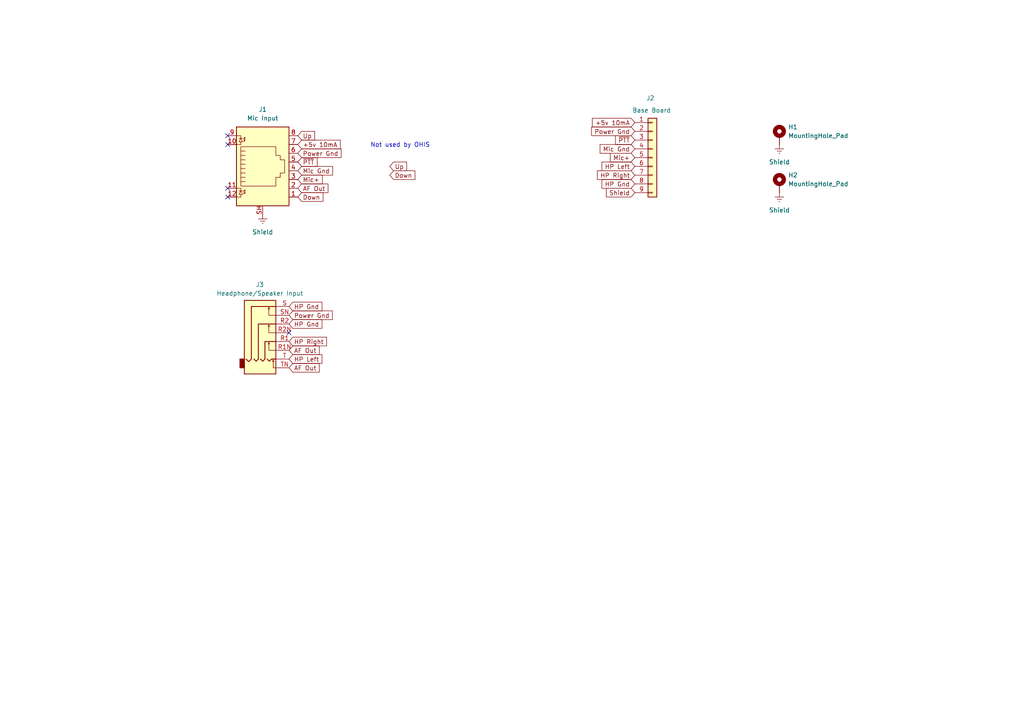
<source format=kicad_sch>
(kicad_sch (version 20231120) (generator "eeschema") (generator_version "8.0")
  (paper "A4")
  (lib_symbols
    (symbol "Connector:RJ45_LED_Shielded" (pin_names (offset 1.016))
      (property "Reference" "J" (at -5.08 13.97 0))
      (property "Value" "RJ45_LED_Shielded" (at 1.27 13.97 0))
      (symbol "RJ45_LED_Shielded_0_1"
        (polyline (pts (xy -7.62 -7.62) (xy -6.35 -7.62)))
        (polyline (pts (xy -7.62 -5.08) (xy -6.35 -5.08)))
        (polyline (pts (xy -7.62 7.62) (xy -6.35 7.62)))
        (polyline (pts (xy -7.62 10.16) (xy -6.35 10.16)))
        (polyline (pts (xy -6.858 -5.842) (xy -5.842 -5.842)))
        (polyline (pts (xy -6.858 9.398) (xy -5.842 9.398)))
        (polyline (pts (xy -6.35 -7.62) (xy -6.35 -6.858)))
        (polyline (pts (xy -6.35 -5.08) (xy -6.35 -5.842)))
        (polyline (pts (xy -6.35 7.62) (xy -6.35 8.382)))
        (polyline (pts (xy -6.35 10.16) (xy -6.35 9.398)))
        (polyline (pts (xy -5.08 -6.223) (xy -5.207 -6.604)))
        (polyline (pts (xy -5.08 -5.588) (xy -5.207 -5.969)))
        (polyline (pts (xy -5.08 4.445) (xy -6.35 4.445)))
        (polyline (pts (xy -5.08 5.715) (xy -6.35 5.715)))
        (polyline (pts (xy -5.08 9.017) (xy -5.207 8.636)))
        (polyline (pts (xy -5.08 9.652) (xy -5.207 9.271)))
        (polyline (pts (xy -6.35 -3.175) (xy -5.08 -3.175) (xy -5.08 -3.175)))
        (polyline (pts (xy -6.35 -1.905) (xy -5.08 -1.905) (xy -5.08 -1.905)))
        (polyline (pts (xy -6.35 -0.635) (xy -5.08 -0.635) (xy -5.08 -0.635)))
        (polyline (pts (xy -6.35 0.635) (xy -5.08 0.635) (xy -5.08 0.635)))
        (polyline (pts (xy -6.35 1.905) (xy -5.08 1.905) (xy -5.08 1.905)))
        (polyline (pts (xy -5.588 -6.731) (xy -5.08 -6.223) (xy -5.461 -6.35)))
        (polyline (pts (xy -5.588 -6.096) (xy -5.08 -5.588) (xy -5.461 -5.715)))
        (polyline (pts (xy -5.588 8.509) (xy -5.08 9.017) (xy -5.461 8.89)))
        (polyline (pts (xy -5.588 9.144) (xy -5.08 9.652) (xy -5.461 9.525)))
        (polyline (pts (xy -5.08 3.175) (xy -6.35 3.175) (xy -6.35 3.175)))
        (polyline (pts (xy -6.35 -5.842) (xy -6.858 -6.858) (xy -5.842 -6.858) (xy -6.35 -5.842)))
        (polyline (pts (xy -6.35 9.398) (xy -6.858 8.382) (xy -5.842 8.382) (xy -6.35 9.398)))
        (polyline (pts (xy -6.35 -4.445) (xy -6.35 6.985) (xy 3.81 6.985) (xy 3.81 4.445) (xy 5.08 4.445) (xy 5.08 3.175) (xy 6.35 3.175) (xy 6.35 -0.635) (xy 5.08 -0.635) (xy 5.08 -1.905) (xy 3.81 -1.905) (xy 3.81 -4.445) (xy -6.35 -4.445) (xy -6.35 -4.445)))
        (rectangle (start 7.62 12.7) (end -7.62 -10.16) (stroke (width 0.254)) (fill (type background)))
      )
      (symbol "RJ45_LED_Shielded_1_1"
        (pin passive line (at 10.16 -7.62 180) (length 2.54) (name "~") (number "1"))
        (pin passive line (at -10.16 7.62 0) (length 2.54) (name "~") (number "10"))
        (pin passive line (at -10.16 -5.08 0) (length 2.54) (name "~") (number "11"))
        (pin passive line (at -10.16 -7.62 0) (length 2.54) (name "~") (number "12"))
        (pin passive line (at 10.16 -5.08 180) (length 2.54) (name "~") (number "2"))
        (pin passive line (at 10.16 -2.54 180) (length 2.54) (name "~") (number "3"))
        (pin passive line (at 10.16 0 180) (length 2.54) (name "~") (number "4"))
        (pin passive line (at 10.16 2.54 180) (length 2.54) (name "~") (number "5"))
        (pin passive line (at 10.16 5.08 180) (length 2.54) (name "~") (number "6"))
        (pin passive line (at 10.16 7.62 180) (length 2.54) (name "~") (number "7"))
        (pin passive line (at 10.16 10.16 180) (length 2.54) (name "~") (number "8"))
        (pin passive line (at -10.16 10.16 0) (length 2.54) (name "~") (number "9"))
        (pin passive line (at 0 -12.7 90) (length 2.54) (name "~") (number "SH"))
      )
    )
    (symbol "Connector_Generic:Conn_01x09" (pin_names (offset 1.016) hide)
      (property "Reference" "J" (at 0 12.7 0))
      (property "Value" "Conn_01x09" (at 0 -12.7 0))
      (symbol "Conn_01x09_1_1"
        (rectangle (start -1.27 -10.033) (end 0 -10.287) (stroke (width 0.1524)))
        (rectangle (start -1.27 -7.493) (end 0 -7.747) (stroke (width 0.1524)))
        (rectangle (start -1.27 -4.953) (end 0 -5.207) (stroke (width 0.1524)))
        (rectangle (start -1.27 -2.413) (end 0 -2.667) (stroke (width 0.1524)))
        (rectangle (start -1.27 0.127) (end 0 -0.127) (stroke (width 0.1524)))
        (rectangle (start -1.27 2.667) (end 0 2.413) (stroke (width 0.1524)))
        (rectangle (start -1.27 5.207) (end 0 4.953) (stroke (width 0.1524)))
        (rectangle (start -1.27 7.747) (end 0 7.493) (stroke (width 0.1524)))
        (rectangle (start -1.27 10.287) (end 0 10.033) (stroke (width 0.1524)))
        (rectangle (start -1.27 11.43) (end 1.27 -11.43) (stroke (width 0.254)) (fill (type background)))
        (pin passive line (at -5.08 10.16 0) (length 3.81) (name "Pin_1") (number "1"))
        (pin passive line (at -5.08 7.62 0) (length 3.81) (name "Pin_2") (number "2"))
        (pin passive line (at -5.08 5.08 0) (length 3.81) (name "Pin_3") (number "3"))
        (pin passive line (at -5.08 2.54 0) (length 3.81) (name "Pin_4") (number "4"))
        (pin passive line (at -5.08 0 0) (length 3.81) (name "Pin_5") (number "5"))
        (pin passive line (at -5.08 -2.54 0) (length 3.81) (name "Pin_6") (number "6"))
        (pin passive line (at -5.08 -5.08 0) (length 3.81) (name "Pin_7") (number "7"))
        (pin passive line (at -5.08 -7.62 0) (length 3.81) (name "Pin_8") (number "8"))
        (pin passive line (at -5.08 -10.16 0) (length 3.81) (name "Pin_9") (number "9"))
      )
    )
    (symbol "Mechanical:MountingHole_Pad" (pin_numbers hide) (pin_names (offset 1.016) hide) (exclude_from_sim yes) (in_bom no)
      (property "Reference" "H" (at 0 6.35 0))
      (property "Value" "MountingHole_Pad" (at 0 4.445 0))
      (symbol "MountingHole_Pad_0_1"
        (circle (center 0 1.27) (radius 1.27) (stroke (width 1.27)))
      )
      (symbol "MountingHole_Pad_1_1"
        (pin input line (at 0 -2.54 90) (length 2.54) (name "1") (number "1"))
      )
    )
    (symbol "Smitty:AudioJack4_SwitchTR1R2S"
      (property "Reference" "J" (at -3.048 14.986 0))
      (property "Value" "AudioJack4_SwitchTR1R2S" (at -2.794 13.208 0))
      (symbol "AudioJack4_SwitchTR1R2S_0_1"
        (rectangle (start -9.144 -5.08) (end -7.874 -7.62) (stroke (width 0.254)) (fill (type outline)))
        (rectangle (start -7.874 11.938) (end 1.27 -9.398) (stroke (width 0.254)) (fill (type background)))
        (polyline (pts (xy 1.27 -5.08) (xy 2.54 -5.08)))
        (polyline (pts (xy 1.27 5.08) (xy 2.54 5.08)))
        (polyline (pts (xy 2.54 0) (xy 1.27 0)))
        (polyline (pts (xy 2.54 10.16) (xy 1.27 10.16)))
      )
      (symbol "AudioJack4_SwitchTR1R2S_1_1"
        (polyline (pts (xy -0.762 -0.254) (xy -0.508 -0.762)))
        (polyline (pts (xy -0.762 4.826) (xy -0.508 4.318)))
        (polyline (pts (xy -0.762 9.906) (xy -0.508 9.398)))
        (polyline (pts (xy 0.508 -5.334) (xy 0.762 -5.842)))
        (polyline (pts (xy -1.27 -5.08) (xy -0.635 -5.715) (xy 0 -5.08) (xy 1.27 -5.08)) (stroke (width 0.254)))
        (polyline (pts (xy 2.54 -7.62) (xy 0.508 -7.62) (xy 0.508 -5.334) (xy 0.254 -5.842)))
        (polyline (pts (xy 2.54 -2.54) (xy -0.762 -2.54) (xy -0.762 -0.254) (xy -1.016 -0.762)))
        (polyline (pts (xy 2.54 2.54) (xy -0.762 2.54) (xy -0.762 4.826) (xy -1.016 4.318)))
        (polyline (pts (xy 2.54 7.62) (xy -0.762 7.62) (xy -0.762 9.906) (xy -1.016 9.398)))
        (polyline (pts (xy -3.175 -5.08) (xy -2.54 -5.715) (xy -1.905 -5.08) (xy -1.905 0) (xy 1.27 0)) (stroke (width 0.254)))
        (polyline (pts (xy 1.27 5.08) (xy -3.81 5.08) (xy -3.81 -5.08) (xy -4.445 -5.715) (xy -5.08 -5.08)) (stroke (width 0.254)))
        (polyline (pts (xy 1.27 10.16) (xy -5.842 10.16) (xy -5.842 -5.08) (xy -6.604 -5.842) (xy -7.366 -5.08)) (stroke (width 0.254)))
        (pin passive line (at 5.08 0 180) (length 2.54) (name "~") (number "R1"))
        (pin passive line (at 5.08 -2.54 180) (length 2.54) (name "~") (number "R1N"))
        (pin passive line (at 5.08 5.08 180) (length 2.54) (name "~") (number "R2"))
        (pin passive line (at 5.08 2.54 180) (length 2.54) (name "~") (number "R2N"))
        (pin passive line (at 5.08 10.16 180) (length 2.54) (name "~") (number "S"))
        (pin passive line (at 5.08 7.62 180) (length 2.54) (name "~") (number "SN"))
        (pin passive line (at 5.08 -5.08 180) (length 2.54) (name "~") (number "T"))
        (pin passive line (at 5.08 -7.62 180) (length 2.54) (name "~") (number "TN"))
      )
    )
    (symbol "power:Earth" (power) (pin_numbers hide) (pin_names (offset 0) hide)
      (property "Value" "Earth" (at 0 -3.81 0))
      (symbol "Earth_0_1"
        (polyline (pts (xy -0.635 -1.905) (xy 0.635 -1.905)))
        (polyline (pts (xy -0.127 -2.54) (xy 0.127 -2.54)))
        (polyline (pts (xy 0 -1.27) (xy 0 0)))
        (polyline (pts (xy 1.27 -1.27) (xy -1.27 -1.27)))
      )
      (symbol "Earth_1_1"
        (pin power_in line (at 0 0 270) (length 0) (name "~") (number "1"))
      )
    )
  )
  (no_connect (at 66.04 57.15))
  (no_connect (at 83.82 96.52))
  (no_connect (at 66.04 39.37))
  (no_connect (at 66.04 41.91))
  (no_connect (at 66.04 54.61))
  (text "Not used by OHIS" (at 116.078 42.164 0) (effects (font (size 1.27 1.27))))
  (global_label "Power Gnd" (shape input) (at 83.82 91.44 0) (property "Intersheetrefs" "${INTERSHEET_REFS}" (effects (hide yes))))
  (global_label "AF Out" (shape input) (at 86.36 54.61 0) (property "Intersheetrefs" "${INTERSHEET_REFS}" (effects (hide yes))))
  (global_label "HP Gnd" (shape input) (at 83.82 93.98 0) (property "Intersheetrefs" "${INTERSHEET_REFS}" (effects (hide yes))))
  (global_label "AF Out" (shape input) (at 83.82 106.68 0) (property "Intersheetrefs" "${INTERSHEET_REFS}" (effects (hide yes))))
  (global_label "~{PTT}" (shape input) (at 86.36 46.99 0) (property "Intersheetrefs" "${INTERSHEET_REFS}" (effects (hide yes))))
  (global_label "HP Right" (shape input) (at 83.82 99.06 0) (property "Intersheetrefs" "${INTERSHEET_REFS}" (effects (hide yes))))
  (global_label "Mic+" (shape input) (at 184.15 45.72 180) (property "Intersheetrefs" "${INTERSHEET_REFS}" (effects (hide yes))))
  (global_label "HP Gnd" (shape input) (at 83.82 88.9 0) (property "Intersheetrefs" "${INTERSHEET_REFS}" (effects (hide yes))))
  (global_label "Power Gnd" (shape input) (at 184.15 38.1 180) (property "Intersheetrefs" "${INTERSHEET_REFS}" (effects (hide yes))))
  (global_label "HP Gnd" (shape input) (at 184.15 53.34 180) (property "Intersheetrefs" "${INTERSHEET_REFS}" (effects (hide yes))))
  (global_label "Mic Gnd" (shape input) (at 184.15 43.18 180) (property "Intersheetrefs" "${INTERSHEET_REFS}" (effects (hide yes))))
  (global_label "AF Out" (shape input) (at 83.82 101.6 0) (property "Intersheetrefs" "${INTERSHEET_REFS}" (effects (hide yes))))
  (global_label "Shield" (shape input) (at 184.15 55.88 180) (property "Intersheetrefs" "${INTERSHEET_REFS}" (effects (hide yes))))
  (global_label "Up" (shape input) (at 86.36 39.37 0) (property "Intersheetrefs" "${INTERSHEET_REFS}" (effects (hide yes))))
  (global_label "Down" (shape input) (at 113.03 50.8 0) (property "Intersheetrefs" "${INTERSHEET_REFS}" (effects (hide yes))))
  (global_label "+5v 10mA" (shape input) (at 184.15 35.56 180) (property "Intersheetrefs" "${INTERSHEET_REFS}" (effects (hide yes))))
  (global_label "Mic+" (shape input) (at 86.36 52.07 0) (property "Intersheetrefs" "${INTERSHEET_REFS}" (effects (hide yes))))
  (global_label "HP Right" (shape input) (at 184.15 50.8 180) (property "Intersheetrefs" "${INTERSHEET_REFS}" (effects (hide yes))))
  (global_label "~{PTT}" (shape input) (at 184.15 40.64 180) (property "Intersheetrefs" "${INTERSHEET_REFS}" (effects (hide yes))))
  (global_label "Down" (shape input) (at 86.36 57.15 0) (property "Intersheetrefs" "${INTERSHEET_REFS}" (effects (hide yes))))
  (global_label "HP Left" (shape input) (at 184.15 48.26 180) (property "Intersheetrefs" "${INTERSHEET_REFS}" (effects (hide yes))))
  (global_label "Up" (shape input) (at 113.03 48.26 0) (property "Intersheetrefs" "${INTERSHEET_REFS}" (effects (hide yes))))
  (global_label "Power Gnd" (shape input) (at 86.36 44.45 0) (property "Intersheetrefs" "${INTERSHEET_REFS}" (effects (hide yes))))
  (global_label "Mic Gnd" (shape input) (at 86.36 49.53 0) (property "Intersheetrefs" "${INTERSHEET_REFS}" (effects (hide yes))))
  (global_label "+5v 10mA" (shape input) (at 86.36 41.91 0) (property "Intersheetrefs" "${INTERSHEET_REFS}" (effects (hide yes))))
  (global_label "HP Left" (shape input) (at 83.82 104.14 0) (property "Intersheetrefs" "${INTERSHEET_REFS}" (effects (hide yes))))
  (symbol (lib_id "Smitty:AudioJack4_SwitchTR1R2S") (at 78.74 99.06 0) (unit 1)
    (property "Reference" "J3" (at 75.3745 82.55 0))
    (property "Value" "Headphone/Speaker Input" (at 75.3745 85.09 0))
    (property "Footprint" "Libraries:Conn_3.5mm-PJ-393_SMT-C668609_TH-C145811" (effects (hide yes)))
    (property "Description" "Audio Jack, 4 Poles (Stereo / TRRS), Switched TR1R2S Poles (Normalling)" (effects (hide yes)))
  )
  (symbol (lib_id "power:Earth") (at 226.06 41.91 0) (unit 1)
    (property "Reference" "#PWR01" (effects (hide yes)))
    (property "Value" "Shield" (at 226.06 46.99 0))
    (property "Description" "Power symbol creates a global label with name \"Earth\"" (effects (hide yes)))
  )
  (symbol (lib_id "Connector:RJ45_LED_Shielded") (at 76.2 49.53 0) (unit 1)
    (property "Reference" "J1" (at 76.2 31.75 0))
    (property "Value" "Mic Input" (at 76.2 34.29 0))
    (property "Footprint" "Connector_RJ:RJ45_Amphenol_RJHSE538X" (effects (hide yes)))
    (property "Description" "RJ connector, 8P8C (8 positions 8 connected), two LEDs, Shielded" (effects (hide yes)))
  )
  (symbol (lib_id "power:Earth") (at 76.2 62.23 0) (unit 1)
    (property "Reference" "#PWR03" (effects (hide yes)))
    (property "Value" "Shield" (at 76.2 67.31 0))
    (property "Description" "Power symbol creates a global label with name \"Earth\"" (effects (hide yes)))
  )
  (symbol (lib_id "Mechanical:MountingHole_Pad") (at 226.06 53.34 0) (unit 1) (exclude_from_sim yes) (in_bom no)
    (property "Reference" "H2" (at 228.6 50.7999 0) (effects (justify left)))
    (property "Value" "MountingHole_Pad" (at 228.6 53.3399 0) (effects (justify left)))
    (property "Footprint" "MountingHole:MountingHole_3.2mm_M3_Pad" (effects (hide yes)))
    (property "Description" "Mounting Hole with connection" (effects (hide yes)))
  )
  (symbol (lib_id "Connector_Generic:Conn_01x09") (at 189.23 45.72 0) (unit 1)
    (property "Reference" "J2" (at 187.452 28.448 0) (effects (justify left)))
    (property "Value" "Base Board" (at 183.388 32.004 0) (effects (justify left)))
    (property "Footprint" "Libraries:Conn_B2B-RA_2.54mm_Castelated_9pin_RtoL" (effects (hide yes)))
    (property "Description" "Generic connector, single row, 01x09, script generated (kicad-library-utils/schlib/autogen/connector/)" (effects (hide yes)))
  )
  (symbol (lib_id "power:Earth") (at 226.06 55.88 0) (unit 1)
    (property "Reference" "#PWR02" (effects (hide yes)))
    (property "Value" "Shield" (at 226.06 60.96 0))
    (property "Description" "Power symbol creates a global label with name \"Earth\"" (effects (hide yes)))
  )
  (symbol (lib_id "Mechanical:MountingHole_Pad") (at 226.06 39.37 0) (unit 1) (exclude_from_sim yes) (in_bom no)
    (property "Reference" "H1" (at 228.6 36.8299 0) (effects (justify left)))
    (property "Value" "MountingHole_Pad" (at 228.6 39.3699 0) (effects (justify left)))
    (property "Footprint" "MountingHole:MountingHole_3.2mm_M3_Pad" (effects (hide yes)))
    (property "Description" "Mounting Hole with connection" (effects (hide yes)))
  )
)
</source>
